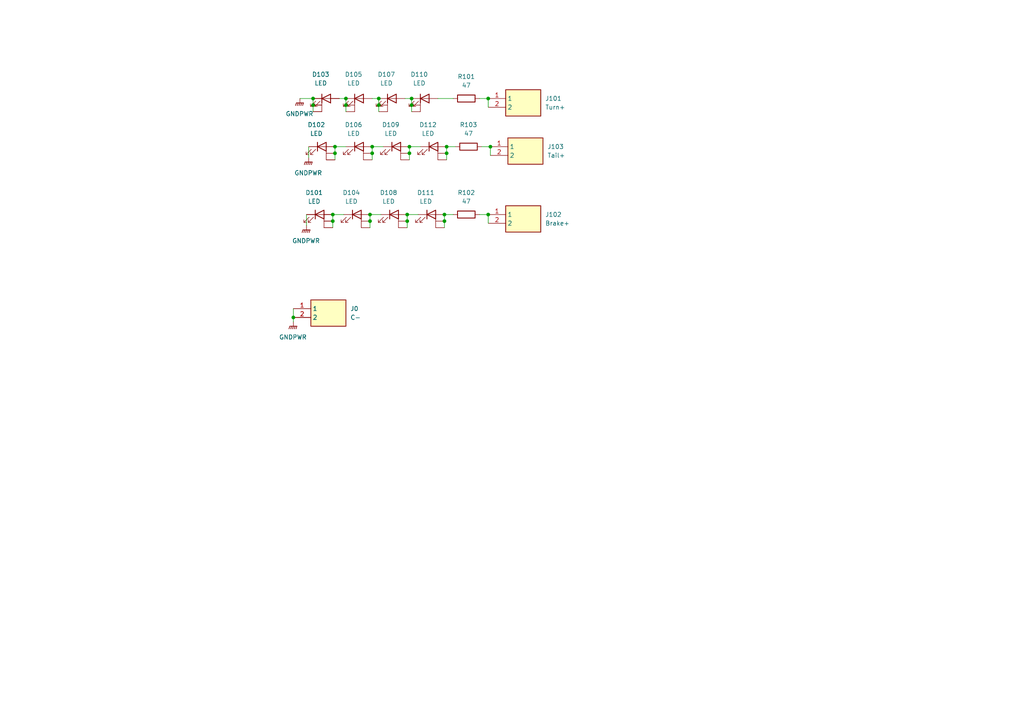
<source format=kicad_sch>
(kicad_sch (version 20211123) (generator eeschema)
  (paper "A4")
  (lib_symbols
    (symbol "Device:LED" (pin_numbers hide) (pin_names (offset 1.016) hide)
      (property "Reference" "D?" (at -1.5875 6.35 0))
      (property "Value" "LED" (at -1.5875 3.81 0))
      (property "Mouser Part Number" "941-CLM4BRKWCWAXBAA3" (at 0 0 0))
      (symbol "LED_0_1"
        (polyline (pts (xy -1.27 -1.27) (xy -1.27 1.27)) (stroke (width 0.254)))
        (polyline (pts (xy -1.27 0) (xy 1.27 0)))
        (polyline (pts (xy 1.27 -3.81) (xy 1.27 -1.905) (xy 1.27 0)))
        (polyline (pts (xy 1.27 -1.27) (xy 1.27 1.27) (xy -1.27 0) (xy 1.27 -1.27)) (stroke (width 0.254)))
        (polyline (pts (xy -3.048 -0.762) (xy -4.572 -2.286) (xy -3.81 -2.286) (xy -4.572 -2.286) (xy -4.572 -1.524)))
        (polyline (pts (xy -1.778 -0.762) (xy -3.302 -2.286) (xy -2.54 -2.286) (xy -3.302 -2.286) (xy -3.302 -1.524)))
      )
      (symbol "LED_1_1"
        (pin passive line (at 3.81 0 180) (length 2.54) (name "A") (number "1"))
        (pin passive line (at 3.81 -1.905 180) (length 2.54) (name "A") (number "2"))
        (pin passive line (at 3.81 -3.81 180) (length 2.54) (name "A") (number "3"))
        (pin passive line (at -3.81 0 0) (length 2.54) (name "K") (number "4"))
      )
    )
    (symbol "Device:R" (pin_numbers hide) (pin_names (offset 0))
      (property "Reference" "R" (at 2.032 0 90))
      (property "Value" "R" (at 0 0 90))
      (symbol "R_0_1"
        (rectangle (start -1.016 -2.54) (end 1.016 2.54) (stroke (width 0.254)))
      )
      (symbol "R_1_1"
        (pin passive line (at 0 3.81 270) (length 1.27) (name "~") (number "1"))
        (pin passive line (at 0 -3.81 90) (length 1.27) (name "~") (number "2"))
      )
    )
    (symbol "LED_1" (pin_numbers hide) (pin_names (offset 1.016) hide)
      (property "Reference" "D?" (at -1.5875 6.985 0))
      (property "Value" "LED" (at -1.5875 4.445 0))
      (symbol "LED_1_0_1"
        (polyline (pts (xy -1.27 -1.27) (xy -1.27 1.27)) (stroke (width 0.254)))
        (polyline (pts (xy -1.27 0) (xy 1.27 0)))
        (polyline (pts (xy -1.27 -3.81) (xy -1.27 -1.905) (xy -1.27 0)))
        (polyline (pts (xy 1.27 -1.27) (xy 1.27 1.27) (xy -1.27 0) (xy 1.27 -1.27)) (stroke (width 0.254)))
        (polyline (pts (xy -3.048 -0.762) (xy -4.572 -2.286) (xy -3.81 -2.286) (xy -4.572 -2.286) (xy -4.572 -1.524)))
        (polyline (pts (xy -1.778 -0.762) (xy -3.302 -2.286) (xy -2.54 -2.286) (xy -3.302 -2.286) (xy -3.302 -1.524)))
      )
      (symbol "LED_1_1_1"
        (pin passive line (at -3.81 0 0) (length 2.54) (name "K") (number "1"))
        (pin passive line (at 3.81 0 180) (length 2.54) (name "A") (number "2"))
        (pin passive line (at -3.81 -1.905 0) (length 2.54) (name "K") (number "3"))
        (pin passive line (at -3.81 -3.81 0) (length 2.54) (name "K") (number "4"))
      )
    )
    (symbol "SpadeLugs:19705-4303"
      (property "Value" "19705-4303" (at 0 0 0))
      (property "Reference_1" "J" (at 16.51 7.62 0))
      (property "Value_1" "19705-4303" (at 16.51 5.08 0))
      (symbol "19705-4303_1_1"
        (rectangle (start 5.08 2.54) (end 15.24 -5.08) (stroke (width 0.254)) (fill (type background)))
        (pin passive line (at 0 0 0) (length 5.08) (name "1") (number "1"))
        (pin passive line (at 0 -2.54 0) (length 5.08) (name "2") (number "2"))
      )
    )
    (symbol "power:GNDPWR" (power) (pin_names (offset 0))
      (property "Value" "GNDPWR" (at 0 -3.302 0))
      (symbol "GNDPWR_0_1"
        (polyline (pts (xy 0 -1.27) (xy 0 0)))
        (polyline (pts (xy -1.016 -1.27) (xy -1.27 -2.032) (xy -1.27 -2.032)) (stroke (width 0.2032)))
        (polyline (pts (xy -0.508 -1.27) (xy -0.762 -2.032) (xy -0.762 -2.032)) (stroke (width 0.2032)))
        (polyline (pts (xy 0 -1.27) (xy -0.254 -2.032) (xy -0.254 -2.032)) (stroke (width 0.2032)))
        (polyline (pts (xy 0.508 -1.27) (xy 0.254 -2.032) (xy 0.254 -2.032)) (stroke (width 0.2032)))
        (polyline (pts (xy 1.016 -1.27) (xy -1.016 -1.27) (xy -1.016 -1.27)) (stroke (width 0.2032)))
        (polyline (pts (xy 1.016 -1.27) (xy 0.762 -2.032) (xy 0.762 -2.032) (xy 0.762 -2.032)) (stroke (width 0.2032)))
      )
      (symbol "GNDPWR_1_1"
        (pin power_in line (at 0 0 270) (length 0) hide (name "GNDPWR") (number "1"))
      )
    )
  )
  (junction (at 107.315 64.135))
  (junction (at 97.155 42.545))
  (junction (at 118.745 42.545))
  (junction (at 141.605 62.23))
  (junction (at 128.905 62.23))
  (junction (at 118.745 44.45))
  (junction (at 90.805 30.48))
  (junction (at 85.09 92.075))
  (junction (at 109.855 30.48))
  (junction (at 109.855 28.575))
  (junction (at 118.11 62.23))
  (junction (at 129.54 42.545))
  (junction (at 96.52 62.23))
  (junction (at 100.33 30.48))
  (junction (at 96.52 64.135))
  (junction (at 107.95 44.45))
  (junction (at 90.805 28.575))
  (junction (at 141.605 28.575))
  (junction (at 107.315 62.23))
  (junction (at 128.905 64.135))
  (junction (at 100.33 28.575))
  (junction (at 119.38 30.48))
  (junction (at 107.95 42.545))
  (junction (at 97.155 44.45))
  (junction (at 118.11 64.135))
  (junction (at 129.54 44.45))
  (junction (at 119.38 28.575))
  (junction (at 142.24 42.545))
  (wire (pts (xy 107.95 44.45) (xy 107.95 46.355)))
  (wire (pts (xy 129.54 42.545) (xy 132.08 42.545)))
  (wire (pts (xy 97.155 42.545) (xy 100.33 42.545)))
  (wire (pts (xy 107.95 28.575) (xy 109.855 28.575)))
  (wire (pts (xy 142.24 42.545) (xy 142.24 45.085)))
  (wire (pts (xy 90.805 30.48) (xy 90.805 32.385)))
  (wire (pts (xy 96.52 64.135) (xy 96.52 66.04)))
  (wire (pts (xy 97.155 42.545) (xy 97.155 44.45)))
  (wire (pts (xy 86.995 28.575) (xy 90.805 28.575)))
  (wire (pts (xy 118.11 62.23) (xy 121.285 62.23)))
  (wire (pts (xy 97.155 44.45) (xy 97.155 46.355)))
  (wire (pts (xy 107.315 64.135) (xy 107.315 66.04)))
  (wire (pts (xy 107.95 42.545) (xy 107.95 44.45)))
  (wire (pts (xy 119.38 28.575) (xy 119.38 30.48)))
  (wire (pts (xy 90.805 28.575) (xy 90.805 30.48)))
  (wire (pts (xy 139.7 42.545) (xy 142.24 42.545)))
  (wire (pts (xy 141.605 28.575) (xy 141.605 31.115)))
  (wire (pts (xy 88.9 62.23) (xy 88.9 65.405)))
  (wire (pts (xy 96.52 62.23) (xy 96.52 64.135)))
  (wire (pts (xy 128.905 64.135) (xy 128.905 66.04)))
  (wire (pts (xy 98.425 28.575) (xy 100.33 28.575)))
  (wire (pts (xy 85.09 89.535) (xy 85.09 92.075)))
  (wire (pts (xy 118.11 62.23) (xy 118.11 64.135)))
  (wire (pts (xy 96.52 62.23) (xy 99.695 62.23)))
  (wire (pts (xy 118.11 64.135) (xy 118.11 66.04)))
  (wire (pts (xy 119.38 30.48) (xy 119.38 32.385)))
  (wire (pts (xy 89.535 42.545) (xy 89.535 45.72)))
  (wire (pts (xy 109.855 30.48) (xy 109.855 32.385)))
  (wire (pts (xy 139.065 28.575) (xy 141.605 28.575)))
  (wire (pts (xy 107.95 42.545) (xy 111.125 42.545)))
  (wire (pts (xy 129.54 42.545) (xy 129.54 44.45)))
  (wire (pts (xy 118.745 42.545) (xy 121.92 42.545)))
  (wire (pts (xy 109.855 28.575) (xy 109.855 30.48)))
  (wire (pts (xy 85.09 92.075) (xy 85.09 93.345)))
  (wire (pts (xy 100.33 30.48) (xy 100.33 32.385)))
  (wire (pts (xy 128.905 62.23) (xy 131.445 62.23)))
  (wire (pts (xy 118.745 42.545) (xy 118.745 44.45)))
  (wire (pts (xy 118.745 44.45) (xy 118.745 46.355)))
  (wire (pts (xy 128.905 62.23) (xy 128.905 64.135)))
  (wire (pts (xy 129.54 44.45) (xy 129.54 46.355)))
  (wire (pts (xy 100.33 28.575) (xy 100.33 30.48)))
  (wire (pts (xy 117.475 28.575) (xy 119.38 28.575)))
  (wire (pts (xy 127 28.575) (xy 131.445 28.575)))
  (wire (pts (xy 107.315 62.23) (xy 110.49 62.23)))
  (wire (pts (xy 141.605 62.23) (xy 141.605 64.77)))
  (wire (pts (xy 139.065 62.23) (xy 141.605 62.23)))
  (wire (pts (xy 107.315 62.23) (xy 107.315 64.135)))
  (symbol (lib_id "power:GNDPWR") (at 85.09 93.345 0) (unit 1)
    (property "Reference" "#PWR0101" (effects hide))
    (property "Value" "GNDPWR" (at 84.963 97.79 0))
  )
  (symbol (lib_name "LED_1") (lib_id "Device:LED") (at 123.19 28.575 0) (unit 1)
    (property "Reference" "D110" (at 121.6025 21.59 0))
    (property "Value" "LED" (at 121.6025 24.13 0))
    (property "Footprint" "LED_SMD:LED_Avago_PLCC4_3.2x2.8mm_CW" (effects hide))
    (property "Mouser Part Number" "710-150141YS73130" (effects hide))
  )
  (symbol (lib_id "Device:LED") (at 125.73 42.545 0) (unit 1)
    (property "Reference" "D112" (at 124.1425 36.195 0))
    (property "Value" "LED" (at 124.1425 38.735 0))
    (property "Footprint" "LED_SMD:LED_Cree-PLCC4_3.2x2.8mm_CCW" (effects hide))
    (property "Mouser Part Number" "941-CLM4BRKWCWAXBAA3" (effects hide))
  )
  (symbol (lib_id "power:GNDPWR") (at 86.995 28.575 0) (unit 1)
    (property "Reference" "#PWR0102" (effects hide))
    (property "Value" "GNDPWR" (at 86.868 33.02 0))
  )
  (symbol (lib_id "Device:LED") (at 93.345 42.545 0) (unit 1)
    (property "Reference" "D102" (at 91.7575 36.195 0))
    (property "Value" "LED" (at 91.7575 38.735 0))
    (property "Footprint" "LED_SMD:LED_Cree-PLCC4_3.2x2.8mm_CCW" (effects hide))
    (property "Mouser Part Number" "941-CLM4BRKWCWAXBAA3" (effects hide))
  )
  (symbol (lib_id "Device:R") (at 135.255 28.575 90) (unit 1)
    (property "Reference" "R101" (at 135.255 22.225 90))
    (property "Value" "47" (at 135.255 24.765 90))
    (property "Footprint" "Resistor_SMD:R_0603_1608Metric" (effects hide))
    (property "Mouser Part Number" "660-RK73B1JTTDD470J" (effects hide))
  )
  (symbol (lib_id "SpadeLugs:19705-4303") (at 141.605 28.575 0) (unit 1)
    (property "Reference" "J101" (at 158.115 28.5749 0) (effects (justify left)))
    (property "Value" "Turn+" (at 158.115 31.1149 0) (effects (justify left)))
    (property "Footprint" "SpadeLugs:197054303" (effects hide))
    (property "Reference_1" "J" (effects hide))
    (property "Value_1" "19705-4303" (effects hide))
    (property "Footprint_1" "197054303" (effects hide))
    (property "Datasheet_1" "https://www.molex.com/pdm_docs/sd/197054303_sd.pdf" (effects hide))
    (property "Height" "10.29" (effects hide))
    (property "Mouser Part Number" "538-19705-4303" (effects hide))
    (property "Mouser Price/Stock" "https://www.mouser.co.uk/ProductDetail/Molex/19705-4303?qs=wUVoC1r15A95qxZWcZMf%252Bw%3D%3D" (effects hide))
    (property "Manufacturer_Name" "Molex" (effects hide))
    (property "Manufacturer_Part_Number" "19705-4303" (effects hide))
  )
  (symbol (lib_id "power:GNDPWR") (at 89.535 45.72 0) (unit 1)
    (property "Reference" "#PWR0104" (effects hide))
    (property "Value" "GNDPWR" (at 89.408 50.165 0))
  )
  (symbol (lib_id "Device:LED") (at 103.505 62.23 0) (unit 1)
    (property "Reference" "D104" (at 101.9175 55.88 0))
    (property "Value" "LED" (at 101.9175 58.42 0))
    (property "Footprint" "LED_SMD:LED_Cree-PLCC4_3.2x2.8mm_CCW" (effects hide))
    (property "Mouser Part Number" "941-CLM4BRKWCWAXBAA3" (effects hide))
  )
  (symbol (lib_name "LED_1") (lib_id "Device:LED") (at 113.665 28.575 0) (unit 1)
    (property "Reference" "D107" (at 112.0775 21.59 0))
    (property "Value" "LED" (at 112.0775 24.13 0))
    (property "Footprint" "LED_SMD:LED_Avago_PLCC4_3.2x2.8mm_CW" (effects hide))
    (property "Mouser Part Number" "710-150141YS73130" (effects hide))
  )
  (symbol (lib_name "LED_1") (lib_id "Device:LED") (at 104.14 28.575 0) (unit 1)
    (property "Reference" "D105" (at 102.5525 21.59 0))
    (property "Value" "LED" (at 102.5525 24.13 0))
    (property "Footprint" "LED_SMD:LED_Avago_PLCC4_3.2x2.8mm_CW" (effects hide))
    (property "Mouser Part Number" "710-150141YS73130" (effects hide))
  )
  (symbol (lib_id "Device:LED") (at 114.3 62.23 0) (unit 1)
    (property "Reference" "D108" (at 112.7125 55.88 0))
    (property "Value" "LED" (at 112.7125 58.42 0))
    (property "Footprint" "LED_SMD:LED_Cree-PLCC4_3.2x2.8mm_CCW" (effects hide))
    (property "Mouser Part Number" "941-CLM4BRKWCWAXBAA3" (effects hide))
  )
  (symbol (lib_id "power:GNDPWR") (at 88.9 65.405 0) (unit 1)
    (property "Reference" "#PWR0103" (effects hide))
    (property "Value" "GNDPWR" (at 88.773 69.85 0))
  )
  (symbol (lib_id "Device:R") (at 135.89 42.545 90) (unit 1)
    (property "Reference" "R103" (at 135.89 36.195 90))
    (property "Value" "47" (at 135.89 38.735 90))
    (property "Footprint" "Resistor_SMD:R_0603_1608Metric" (effects hide))
    (property "Mouser Part Number" "660-RK73B1JTTDD470J" (effects hide))
  )
  (symbol (lib_id "SpadeLugs:19705-4303") (at 85.09 89.535 0) (unit 1)
    (property "Reference" "J0" (at 101.6 89.5349 0) (effects (justify left)))
    (property "Value" "C-" (at 101.6 92.0749 0) (effects (justify left)))
    (property "Footprint" "SpadeLugs:197054303" (effects hide))
    (property "Reference_1" "J" (effects hide))
    (property "Value_1" "19705-4303" (effects hide))
    (property "Footprint_1" "197054303" (effects hide))
    (property "Datasheet_1" "https://www.molex.com/pdm_docs/sd/197054303_sd.pdf" (effects hide))
    (property "Height" "10.29" (effects hide))
    (property "Mouser Part Number" "538-19705-4303" (effects hide))
    (property "Mouser Price/Stock" "https://www.mouser.co.uk/ProductDetail/Molex/19705-4303?qs=wUVoC1r15A95qxZWcZMf%252Bw%3D%3D" (effects hide))
    (property "Manufacturer_Name" "Molex" (effects hide))
    (property "Manufacturer_Part_Number" "19705-4303" (effects hide))
  )
  (symbol (lib_id "Device:LED") (at 114.935 42.545 0) (unit 1)
    (property "Reference" "D109" (at 113.3475 36.195 0))
    (property "Value" "LED" (at 113.3475 38.735 0))
    (property "Footprint" "LED_SMD:LED_Cree-PLCC4_3.2x2.8mm_CCW" (effects hide))
    (property "Mouser Part Number" "941-CLM4BRKWCWAXBAA3" (effects hide))
  )
  (symbol (lib_id "SpadeLugs:19705-4303") (at 142.24 42.545 0) (unit 1)
    (property "Reference" "J103" (at 158.75 42.5449 0) (effects (justify left)))
    (property "Value" "Tail+" (at 158.75 45.0849 0) (effects (justify left)))
    (property "Footprint" "SpadeLugs:197054303" (effects hide))
    (property "Reference_1" "J" (effects hide))
    (property "Value_1" "19705-4303" (effects hide))
    (property "Footprint_1" "197054303" (effects hide))
    (property "Datasheet_1" "https://www.molex.com/pdm_docs/sd/197054303_sd.pdf" (effects hide))
    (property "Height" "10.29" (effects hide))
    (property "Mouser Part Number" "538-19705-4303" (effects hide))
    (property "Mouser Price/Stock" "https://www.mouser.co.uk/ProductDetail/Molex/19705-4303?qs=wUVoC1r15A95qxZWcZMf%252Bw%3D%3D" (effects hide))
    (property "Manufacturer_Name" "Molex" (effects hide))
    (property "Manufacturer_Part_Number" "19705-4303" (effects hide))
  )
  (symbol (lib_id "Device:R") (at 135.255 62.23 90) (unit 1)
    (property "Reference" "R102" (at 135.255 55.88 90))
    (property "Value" "47" (at 135.255 58.42 90))
    (property "Footprint" "Resistor_SMD:R_0603_1608Metric" (effects hide))
    (property "Mouser Part Number" "660-RK73B1JTTDD470J" (effects hide))
  )
  (symbol (lib_id "SpadeLugs:19705-4303") (at 141.605 62.23 0) (unit 1)
    (property "Reference" "J102" (at 158.115 62.2299 0) (effects (justify left)))
    (property "Value" "Brake+" (at 158.115 64.7699 0) (effects (justify left)))
    (property "Footprint" "SpadeLugs:197054303" (effects hide))
    (property "Reference_1" "J" (effects hide))
    (property "Value_1" "19705-4303" (effects hide))
    (property "Footprint_1" "197054303" (effects hide))
    (property "Datasheet_1" "https://www.molex.com/pdm_docs/sd/197054303_sd.pdf" (effects hide))
    (property "Height" "10.29" (effects hide))
    (property "Mouser Part Number" "538-19705-4303" (effects hide))
    (property "Mouser Price/Stock" "https://www.mouser.co.uk/ProductDetail/Molex/19705-4303?qs=wUVoC1r15A95qxZWcZMf%252Bw%3D%3D" (effects hide))
    (property "Manufacturer_Name" "Molex" (effects hide))
    (property "Manufacturer_Part_Number" "19705-4303" (effects hide))
  )
  (symbol (lib_id "Device:LED") (at 92.71 62.23 0) (unit 1)
    (property "Reference" "D101" (at 91.1225 55.88 0))
    (property "Value" "LED" (at 91.1225 58.42 0))
    (property "Footprint" "LED_SMD:LED_Cree-PLCC4_3.2x2.8mm_CCW" (effects hide))
    (property "Mouser Part Number" "941-CLM4BRKWCWAXBAA3" (effects hide))
  )
  (symbol (lib_name "LED_1") (lib_id "Device:LED") (at 94.615 28.575 0) (unit 1)
    (property "Reference" "D103" (at 93.0275 21.59 0))
    (property "Value" "LED" (at 93.0275 24.13 0))
    (property "Footprint" "LED_SMD:LED_Avago_PLCC4_3.2x2.8mm_CW" (effects hide))
    (property "Mouser Part Number" "710-150141YS73130" (effects hide))
  )
  (symbol (lib_id "Device:LED") (at 104.14 42.545 0) (unit 1)
    (property "Reference" "D106" (at 102.5525 36.195 0))
    (property "Value" "LED" (at 102.5525 38.735 0))
    (property "Footprint" "LED_SMD:LED_Cree-PLCC4_3.2x2.8mm_CCW" (effects hide))
    (property "Mouser Part Number" "941-CLM4BRKWCWAXBAA3" (effects hide))
  )
  (symbol (lib_id "Device:LED") (at 125.095 62.23 0) (unit 1)
    (property "Reference" "D111" (at 123.5075 55.88 0))
    (property "Value" "LED" (at 123.5075 58.42 0))
    (property "Footprint" "LED_SMD:LED_Cree-PLCC4_3.2x2.8mm_CCW" (effects hide))
    (property "Mouser Part Number" "941-CLM4BRKWCWAXBAA3" (effects hide))
  )
)
</source>
